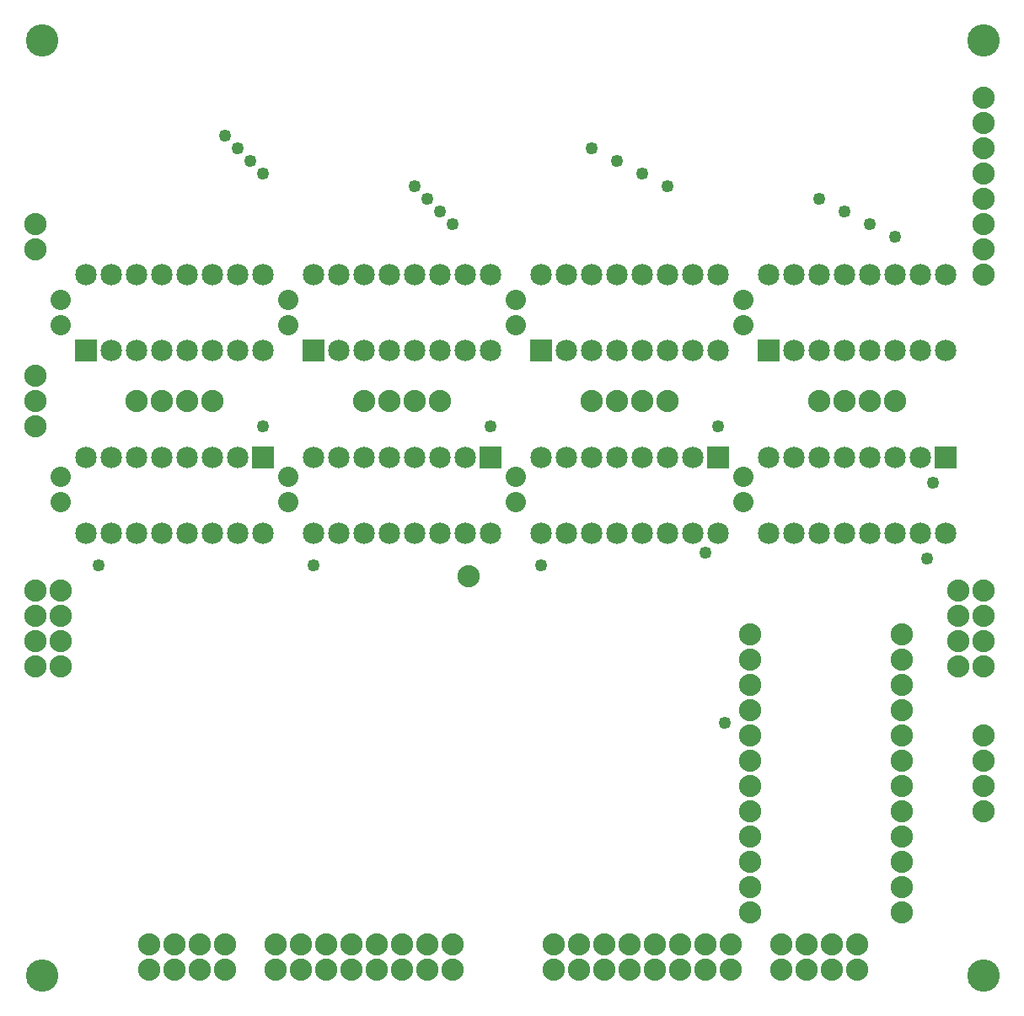
<source format=gts>
G04 MADE WITH FRITZING*
G04 WWW.FRITZING.ORG*
G04 DOUBLE SIDED*
G04 HOLES PLATED*
G04 CONTOUR ON CENTER OF CONTOUR VECTOR*
%ASAXBY*%
%FSLAX23Y23*%
%MOIN*%
%OFA0B0*%
%SFA1.0B1.0*%
%ADD10C,0.049370*%
%ADD11C,0.088000*%
%ADD12C,0.080000*%
%ADD13C,0.128110*%
%ADD14C,0.085000*%
%ADD15R,0.085000X0.085000*%
%LNMASK1*%
G90*
G70*
G54D10*
X3616Y1770D03*
G54D11*
X1805Y1701D03*
X2141Y145D03*
X2241Y145D03*
X2341Y145D03*
X2441Y145D03*
X2541Y145D03*
X2641Y145D03*
X2741Y145D03*
X2841Y145D03*
X1041Y145D03*
X1141Y145D03*
X1241Y145D03*
X1341Y145D03*
X1441Y145D03*
X1541Y145D03*
X1641Y145D03*
X1741Y145D03*
X2141Y245D03*
X2241Y245D03*
X2341Y245D03*
X2441Y245D03*
X2541Y245D03*
X2641Y245D03*
X2741Y245D03*
X2841Y245D03*
X1041Y245D03*
X1141Y245D03*
X1241Y245D03*
X1341Y245D03*
X1441Y245D03*
X1541Y245D03*
X1641Y245D03*
X1741Y245D03*
G54D10*
X2816Y1120D03*
X3641Y2070D03*
G54D11*
X3191Y2395D03*
X3291Y2395D03*
X3391Y2395D03*
X3491Y2395D03*
X2291Y2395D03*
X2391Y2395D03*
X2491Y2395D03*
X2591Y2395D03*
X1391Y2395D03*
X1491Y2395D03*
X1591Y2395D03*
X1691Y2395D03*
X491Y2395D03*
X591Y2395D03*
X691Y2395D03*
X791Y2395D03*
G54D10*
X991Y2295D03*
X1891Y2295D03*
X2791Y2295D03*
X1191Y1745D03*
X2091Y1745D03*
X2741Y1795D03*
X341Y1745D03*
X3491Y3045D03*
X3391Y3095D03*
X3291Y3145D03*
X3191Y3195D03*
X2591Y3245D03*
X2491Y3295D03*
X2391Y3345D03*
X2291Y3395D03*
X1741Y3095D03*
X1691Y3145D03*
X1641Y3195D03*
X1591Y3245D03*
X991Y3295D03*
X941Y3345D03*
X891Y3395D03*
X841Y3445D03*
G54D12*
X2891Y1995D03*
X2891Y2095D03*
X1091Y1995D03*
X1091Y2095D03*
X1991Y1995D03*
X1991Y2095D03*
X191Y1995D03*
X191Y2095D03*
X2891Y2695D03*
X2891Y2795D03*
X1991Y2695D03*
X1991Y2795D03*
X1091Y2695D03*
X1091Y2795D03*
X191Y2695D03*
X191Y2795D03*
G54D11*
X541Y145D03*
X641Y145D03*
X741Y145D03*
X841Y145D03*
X541Y245D03*
X641Y245D03*
X741Y245D03*
X841Y245D03*
X3041Y245D03*
X3141Y245D03*
X3241Y245D03*
X3341Y245D03*
X3041Y145D03*
X3141Y145D03*
X3241Y145D03*
X3341Y145D03*
G54D13*
X3841Y3820D03*
X3841Y120D03*
X116Y3820D03*
X116Y120D03*
G54D11*
X3841Y3595D03*
X3841Y3495D03*
X3841Y3395D03*
X3841Y3295D03*
X3841Y3195D03*
X3841Y3095D03*
X3841Y2995D03*
X3841Y2895D03*
G54D14*
X2091Y2595D03*
X2091Y2895D03*
X2191Y2595D03*
X2191Y2895D03*
X2291Y2595D03*
X2291Y2895D03*
X2391Y2595D03*
X2391Y2895D03*
X2491Y2595D03*
X2491Y2895D03*
X2591Y2595D03*
X2591Y2895D03*
X2691Y2595D03*
X2691Y2895D03*
X2791Y2595D03*
X2791Y2895D03*
X2991Y2595D03*
X2991Y2895D03*
X3091Y2595D03*
X3091Y2895D03*
X3191Y2595D03*
X3191Y2895D03*
X3291Y2595D03*
X3291Y2895D03*
X3391Y2595D03*
X3391Y2895D03*
X3491Y2595D03*
X3491Y2895D03*
X3591Y2595D03*
X3591Y2895D03*
X3691Y2595D03*
X3691Y2895D03*
X1191Y2595D03*
X1191Y2895D03*
X1291Y2595D03*
X1291Y2895D03*
X1391Y2595D03*
X1391Y2895D03*
X1491Y2595D03*
X1491Y2895D03*
X1591Y2595D03*
X1591Y2895D03*
X1691Y2595D03*
X1691Y2895D03*
X1791Y2595D03*
X1791Y2895D03*
X1891Y2595D03*
X1891Y2895D03*
X291Y2595D03*
X291Y2895D03*
X391Y2595D03*
X391Y2895D03*
X491Y2595D03*
X491Y2895D03*
X591Y2595D03*
X591Y2895D03*
X691Y2595D03*
X691Y2895D03*
X791Y2595D03*
X791Y2895D03*
X891Y2595D03*
X891Y2895D03*
X991Y2595D03*
X991Y2895D03*
G54D11*
X91Y2995D03*
X91Y3095D03*
X91Y2295D03*
X91Y2395D03*
X91Y2495D03*
G54D14*
X3691Y2170D03*
X3691Y1870D03*
X3591Y2170D03*
X3591Y1870D03*
X3491Y2170D03*
X3491Y1870D03*
X3391Y2170D03*
X3391Y1870D03*
X3291Y2170D03*
X3291Y1870D03*
X3191Y2170D03*
X3191Y1870D03*
X3091Y2170D03*
X3091Y1870D03*
X2991Y2170D03*
X2991Y1870D03*
X2791Y2170D03*
X2791Y1870D03*
X2691Y2170D03*
X2691Y1870D03*
X2591Y2170D03*
X2591Y1870D03*
X2491Y2170D03*
X2491Y1870D03*
X2391Y2170D03*
X2391Y1870D03*
X2291Y2170D03*
X2291Y1870D03*
X2191Y2170D03*
X2191Y1870D03*
X2091Y2170D03*
X2091Y1870D03*
X1891Y2170D03*
X1891Y1870D03*
X1791Y2170D03*
X1791Y1870D03*
X1691Y2170D03*
X1691Y1870D03*
X1591Y2170D03*
X1591Y1870D03*
X1491Y2170D03*
X1491Y1870D03*
X1391Y2170D03*
X1391Y1870D03*
X1291Y2170D03*
X1291Y1870D03*
X1191Y2170D03*
X1191Y1870D03*
X991Y2170D03*
X991Y1870D03*
X891Y2170D03*
X891Y1870D03*
X791Y2170D03*
X791Y1870D03*
X691Y2170D03*
X691Y1870D03*
X591Y2170D03*
X591Y1870D03*
X491Y2170D03*
X491Y1870D03*
X391Y2170D03*
X391Y1870D03*
X291Y2170D03*
X291Y1870D03*
G54D11*
X3516Y370D03*
X3516Y470D03*
X3516Y570D03*
X3516Y670D03*
X3516Y770D03*
X3516Y870D03*
X3516Y970D03*
X3516Y1070D03*
X3516Y1170D03*
X3516Y1270D03*
X3516Y1370D03*
X3516Y1470D03*
X2916Y370D03*
X2916Y470D03*
X2916Y570D03*
X2916Y670D03*
X2916Y770D03*
X2916Y870D03*
X2916Y970D03*
X2916Y1070D03*
X2916Y1170D03*
X2916Y1270D03*
X2916Y1370D03*
X2916Y1470D03*
X3841Y1645D03*
X3841Y1545D03*
X3841Y1445D03*
X3841Y1345D03*
X91Y1645D03*
X91Y1545D03*
X91Y1445D03*
X91Y1345D03*
X3741Y1645D03*
X3741Y1545D03*
X3741Y1445D03*
X3741Y1345D03*
X191Y1645D03*
X191Y1545D03*
X191Y1445D03*
X191Y1345D03*
X3841Y1070D03*
X3841Y970D03*
X3841Y870D03*
X3841Y770D03*
G54D15*
X2091Y2595D03*
X2991Y2595D03*
X1191Y2595D03*
X291Y2595D03*
X3691Y2170D03*
X2791Y2170D03*
X1891Y2170D03*
X991Y2170D03*
G04 End of Mask1*
M02*
</source>
